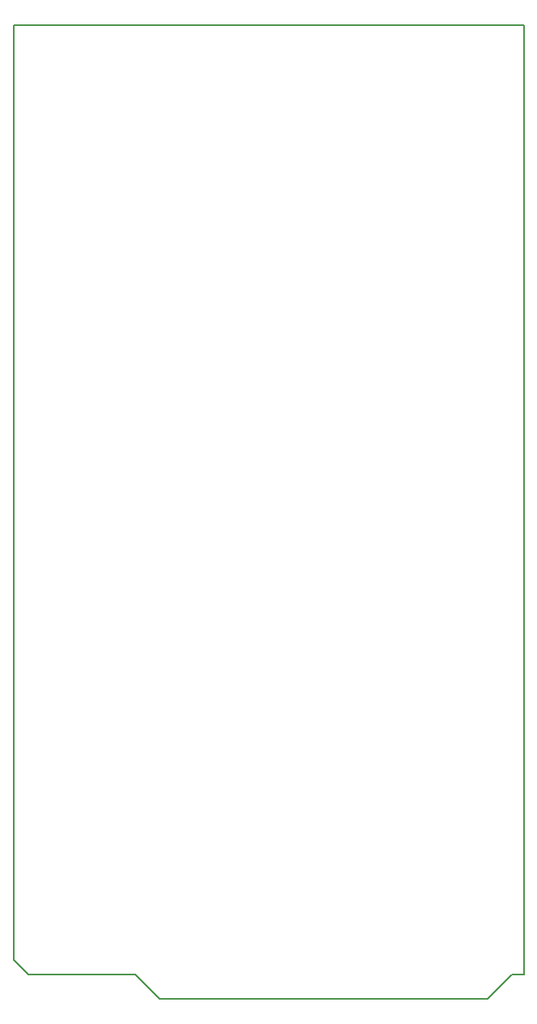
<source format=gbr>
%TF.GenerationSoftware,KiCad,Pcbnew,5.1.10-88a1d61d58~90~ubuntu20.04.1*%
%TF.CreationDate,2022-04-26T09:50:21-05:00*%
%TF.ProjectId,Autoclave_2.0,4175746f-636c-4617-9665-5f322e302e6b,rev?*%
%TF.SameCoordinates,Original*%
%TF.FileFunction,Legend,Bot*%
%TF.FilePolarity,Positive*%
%FSLAX46Y46*%
G04 Gerber Fmt 4.6, Leading zero omitted, Abs format (unit mm)*
G04 Created by KiCad (PCBNEW 5.1.10-88a1d61d58~90~ubuntu20.04.1) date 2022-04-26 09:50:21*
%MOMM*%
%LPD*%
G01*
G04 APERTURE LIST*
%ADD10C,0.150000*%
G04 APERTURE END LIST*
D10*
%TO.C,XA1*%
X106299000Y28371800D02*
X106299000Y-69164200D01*
X159639000Y28371800D02*
X159639000Y-70688200D01*
X106299000Y-69164200D02*
X107823000Y-70688200D01*
X159639000Y-70688200D02*
X158369000Y-70688200D01*
X158369000Y-70688200D02*
X155829000Y-73228200D01*
X155829000Y-73228200D02*
X121539000Y-73228200D01*
X121539000Y-73228200D02*
X118999000Y-70688200D01*
X118999000Y-70688200D02*
X107823000Y-70688200D01*
X106299000Y28371800D02*
X159639000Y28371800D01*
%TD*%
M02*

</source>
